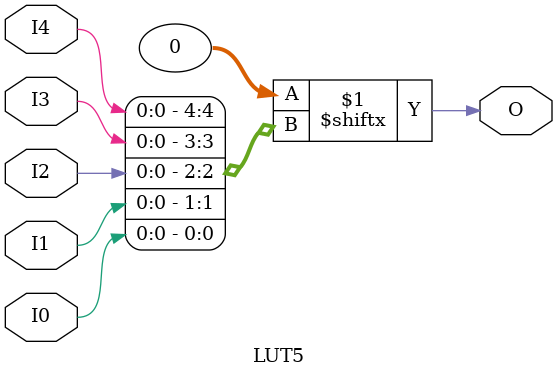
<source format=v>
/*

FUNCTION	: 5-inputs LUT

*/


module LUT5 (O, I0, I1, I2, I3, I4);

  parameter INIT = 32'h00000000;

  input I0, I1, I2, I3, I4;

  output O;

  assign  O = INIT[{I4, I3, I2, I1, I0}];

endmodule

</source>
